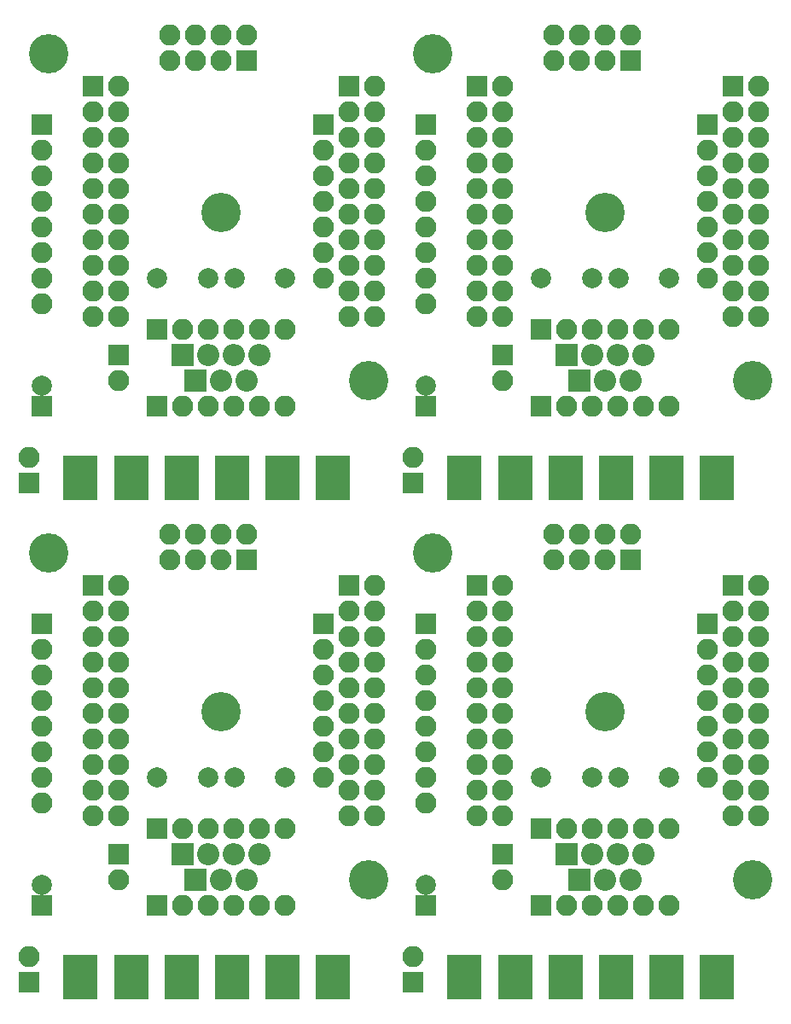
<source format=gbs>
G04 #@! TF.FileFunction,Soldermask,Bot*
%FSLAX46Y46*%
G04 Gerber Fmt 4.6, Leading zero omitted, Abs format (unit mm)*
G04 Created by KiCad (PCBNEW 4.0.7) date 06/11/20 11:22:33*
%MOMM*%
%LPD*%
G01*
G04 APERTURE LIST*
%ADD10C,0.100000*%
%ADD11O,3.900000X3.900000*%
%ADD12R,2.200000X2.200000*%
%ADD13O,2.200000X2.200000*%
%ADD14R,2.100000X2.100000*%
%ADD15O,2.100000X2.100000*%
%ADD16R,2.000000X2.000000*%
%ADD17C,2.000000*%
%ADD18R,3.400000X4.400000*%
%ADD19C,3.900000*%
G04 APERTURE END LIST*
D10*
D11*
X124460000Y-116690000D03*
D12*
X121920000Y-133350000D03*
D13*
X124460000Y-133350000D03*
X127000000Y-133350000D03*
D11*
X86360000Y-116690000D03*
D12*
X83820000Y-133350000D03*
D13*
X86360000Y-133350000D03*
X88900000Y-133350000D03*
D11*
X124460000Y-67160000D03*
D12*
X121920000Y-83820000D03*
D13*
X124460000Y-83820000D03*
X127000000Y-83820000D03*
D12*
X120650000Y-130810000D03*
D13*
X123190000Y-130810000D03*
X125730000Y-130810000D03*
X128270000Y-130810000D03*
D12*
X82550000Y-130810000D03*
D13*
X85090000Y-130810000D03*
X87630000Y-130810000D03*
X90170000Y-130810000D03*
D12*
X120650000Y-81280000D03*
D13*
X123190000Y-81280000D03*
X125730000Y-81280000D03*
X128270000Y-81280000D03*
D14*
X134620000Y-107950000D03*
D15*
X134620000Y-110490000D03*
X134620000Y-113030000D03*
X134620000Y-115570000D03*
X134620000Y-118110000D03*
X134620000Y-120650000D03*
X134620000Y-123190000D03*
D14*
X96520000Y-107950000D03*
D15*
X96520000Y-110490000D03*
X96520000Y-113030000D03*
X96520000Y-115570000D03*
X96520000Y-118110000D03*
X96520000Y-120650000D03*
X96520000Y-123190000D03*
D14*
X134620000Y-58420000D03*
D15*
X134620000Y-60960000D03*
X134620000Y-63500000D03*
X134620000Y-66040000D03*
X134620000Y-68580000D03*
X134620000Y-71120000D03*
X134620000Y-73660000D03*
D14*
X106680000Y-107950000D03*
D15*
X106680000Y-110490000D03*
X106680000Y-113030000D03*
X106680000Y-115570000D03*
X106680000Y-118110000D03*
X106680000Y-120650000D03*
X106680000Y-123190000D03*
X106680000Y-125730000D03*
D14*
X68580000Y-107950000D03*
D15*
X68580000Y-110490000D03*
X68580000Y-113030000D03*
X68580000Y-115570000D03*
X68580000Y-118110000D03*
X68580000Y-120650000D03*
X68580000Y-123190000D03*
X68580000Y-125730000D03*
D14*
X106680000Y-58420000D03*
D15*
X106680000Y-60960000D03*
X106680000Y-63500000D03*
X106680000Y-66040000D03*
X106680000Y-68580000D03*
X106680000Y-71120000D03*
X106680000Y-73660000D03*
X106680000Y-76200000D03*
D14*
X127000000Y-101600000D03*
D15*
X127000000Y-99060000D03*
X124460000Y-101600000D03*
X124460000Y-99060000D03*
X121920000Y-101600000D03*
X121920000Y-99060000D03*
X119380000Y-101600000D03*
X119380000Y-99060000D03*
D14*
X88900000Y-101600000D03*
D15*
X88900000Y-99060000D03*
X86360000Y-101600000D03*
X86360000Y-99060000D03*
X83820000Y-101600000D03*
X83820000Y-99060000D03*
X81280000Y-101600000D03*
X81280000Y-99060000D03*
D14*
X127000000Y-52070000D03*
D15*
X127000000Y-49530000D03*
X124460000Y-52070000D03*
X124460000Y-49530000D03*
X121920000Y-52070000D03*
X121920000Y-49530000D03*
X119380000Y-52070000D03*
X119380000Y-49530000D03*
D14*
X114300000Y-130810000D03*
D15*
X114300000Y-133350000D03*
D14*
X76200000Y-130810000D03*
D15*
X76200000Y-133350000D03*
D14*
X114300000Y-81280000D03*
D15*
X114300000Y-83820000D03*
D16*
X106680000Y-135890000D03*
D17*
X106680000Y-133890000D03*
D16*
X68580000Y-135890000D03*
D17*
X68580000Y-133890000D03*
D16*
X106680000Y-86360000D03*
D17*
X106680000Y-84360000D03*
D14*
X105410000Y-143510000D03*
D15*
X105410000Y-140970000D03*
D14*
X67310000Y-143510000D03*
D15*
X67310000Y-140970000D03*
D14*
X105410000Y-93980000D03*
D15*
X105410000Y-91440000D03*
D18*
X110490000Y-143040000D03*
X115490000Y-143040000D03*
X120490000Y-143040000D03*
X125490000Y-143040000D03*
X130490000Y-143040000D03*
X135490000Y-143040000D03*
X72390000Y-143040000D03*
X77390000Y-143040000D03*
X82390000Y-143040000D03*
X87390000Y-143040000D03*
X92390000Y-143040000D03*
X97390000Y-143040000D03*
X110490000Y-93510000D03*
X115490000Y-93510000D03*
X120490000Y-93510000D03*
X125490000Y-93510000D03*
X130490000Y-93510000D03*
X135490000Y-93510000D03*
D14*
X118110000Y-135890000D03*
D15*
X120650000Y-135890000D03*
X123190000Y-135890000D03*
X125730000Y-135890000D03*
X128270000Y-135890000D03*
X130810000Y-135890000D03*
D14*
X80010000Y-135890000D03*
D15*
X82550000Y-135890000D03*
X85090000Y-135890000D03*
X87630000Y-135890000D03*
X90170000Y-135890000D03*
X92710000Y-135890000D03*
D14*
X118110000Y-86360000D03*
D15*
X120650000Y-86360000D03*
X123190000Y-86360000D03*
X125730000Y-86360000D03*
X128270000Y-86360000D03*
X130810000Y-86360000D03*
D19*
X139065000Y-133350000D03*
X100965000Y-133350000D03*
X139065000Y-83820000D03*
X107315000Y-100965000D03*
X69215000Y-100965000D03*
X107315000Y-51435000D03*
D14*
X111760000Y-104140000D03*
D15*
X114300000Y-104140000D03*
X111760000Y-106680000D03*
X114300000Y-106680000D03*
X111760000Y-109220000D03*
X114300000Y-109220000D03*
X111760000Y-111760000D03*
X114300000Y-111760000D03*
X111760000Y-114300000D03*
X114300000Y-114300000D03*
X111760000Y-116840000D03*
X114300000Y-116840000D03*
X111760000Y-119380000D03*
X114300000Y-119380000D03*
X111760000Y-121920000D03*
X114300000Y-121920000D03*
X111760000Y-124460000D03*
X114300000Y-124460000D03*
X111760000Y-127000000D03*
X114300000Y-127000000D03*
D14*
X73660000Y-104140000D03*
D15*
X76200000Y-104140000D03*
X73660000Y-106680000D03*
X76200000Y-106680000D03*
X73660000Y-109220000D03*
X76200000Y-109220000D03*
X73660000Y-111760000D03*
X76200000Y-111760000D03*
X73660000Y-114300000D03*
X76200000Y-114300000D03*
X73660000Y-116840000D03*
X76200000Y-116840000D03*
X73660000Y-119380000D03*
X76200000Y-119380000D03*
X73660000Y-121920000D03*
X76200000Y-121920000D03*
X73660000Y-124460000D03*
X76200000Y-124460000D03*
X73660000Y-127000000D03*
X76200000Y-127000000D03*
D14*
X111760000Y-54610000D03*
D15*
X114300000Y-54610000D03*
X111760000Y-57150000D03*
X114300000Y-57150000D03*
X111760000Y-59690000D03*
X114300000Y-59690000D03*
X111760000Y-62230000D03*
X114300000Y-62230000D03*
X111760000Y-64770000D03*
X114300000Y-64770000D03*
X111760000Y-67310000D03*
X114300000Y-67310000D03*
X111760000Y-69850000D03*
X114300000Y-69850000D03*
X111760000Y-72390000D03*
X114300000Y-72390000D03*
X111760000Y-74930000D03*
X114300000Y-74930000D03*
X111760000Y-77470000D03*
X114300000Y-77470000D03*
D14*
X118110000Y-128270000D03*
D15*
X120650000Y-128270000D03*
X123190000Y-128270000D03*
X125730000Y-128270000D03*
X128270000Y-128270000D03*
X130810000Y-128270000D03*
D14*
X80010000Y-128270000D03*
D15*
X82550000Y-128270000D03*
X85090000Y-128270000D03*
X87630000Y-128270000D03*
X90170000Y-128270000D03*
X92710000Y-128270000D03*
D14*
X118110000Y-78740000D03*
D15*
X120650000Y-78740000D03*
X123190000Y-78740000D03*
X125730000Y-78740000D03*
X128270000Y-78740000D03*
X130810000Y-78740000D03*
D17*
X130810000Y-123190000D03*
X125810000Y-123190000D03*
X92710000Y-123190000D03*
X87710000Y-123190000D03*
X130810000Y-73660000D03*
X125810000Y-73660000D03*
X118110000Y-123190000D03*
X123110000Y-123190000D03*
X80010000Y-123190000D03*
X85010000Y-123190000D03*
X118110000Y-73660000D03*
X123110000Y-73660000D03*
D14*
X137160000Y-104140000D03*
D15*
X139700000Y-104140000D03*
X137160000Y-106680000D03*
X139700000Y-106680000D03*
X137160000Y-109220000D03*
X139700000Y-109220000D03*
X137160000Y-111760000D03*
X139700000Y-111760000D03*
X137160000Y-114300000D03*
X139700000Y-114300000D03*
X137160000Y-116840000D03*
X139700000Y-116840000D03*
X137160000Y-119380000D03*
X139700000Y-119380000D03*
X137160000Y-121920000D03*
X139700000Y-121920000D03*
X137160000Y-124460000D03*
X139700000Y-124460000D03*
X137160000Y-127000000D03*
X139700000Y-127000000D03*
D14*
X99060000Y-104140000D03*
D15*
X101600000Y-104140000D03*
X99060000Y-106680000D03*
X101600000Y-106680000D03*
X99060000Y-109220000D03*
X101600000Y-109220000D03*
X99060000Y-111760000D03*
X101600000Y-111760000D03*
X99060000Y-114300000D03*
X101600000Y-114300000D03*
X99060000Y-116840000D03*
X101600000Y-116840000D03*
X99060000Y-119380000D03*
X101600000Y-119380000D03*
X99060000Y-121920000D03*
X101600000Y-121920000D03*
X99060000Y-124460000D03*
X101600000Y-124460000D03*
X99060000Y-127000000D03*
X101600000Y-127000000D03*
D14*
X137160000Y-54610000D03*
D15*
X139700000Y-54610000D03*
X137160000Y-57150000D03*
X139700000Y-57150000D03*
X137160000Y-59690000D03*
X139700000Y-59690000D03*
X137160000Y-62230000D03*
X139700000Y-62230000D03*
X137160000Y-64770000D03*
X139700000Y-64770000D03*
X137160000Y-67310000D03*
X139700000Y-67310000D03*
X137160000Y-69850000D03*
X139700000Y-69850000D03*
X137160000Y-72390000D03*
X139700000Y-72390000D03*
X137160000Y-74930000D03*
X139700000Y-74930000D03*
X137160000Y-77470000D03*
X139700000Y-77470000D03*
D17*
X80010000Y-73660000D03*
X85010000Y-73660000D03*
X92710000Y-73660000D03*
X87710000Y-73660000D03*
D14*
X88900000Y-52070000D03*
D15*
X88900000Y-49530000D03*
X86360000Y-52070000D03*
X86360000Y-49530000D03*
X83820000Y-52070000D03*
X83820000Y-49530000D03*
X81280000Y-52070000D03*
X81280000Y-49530000D03*
D14*
X68580000Y-58420000D03*
D15*
X68580000Y-60960000D03*
X68580000Y-63500000D03*
X68580000Y-66040000D03*
X68580000Y-68580000D03*
X68580000Y-71120000D03*
X68580000Y-73660000D03*
X68580000Y-76200000D03*
D14*
X96520000Y-58420000D03*
D15*
X96520000Y-60960000D03*
X96520000Y-63500000D03*
X96520000Y-66040000D03*
X96520000Y-68580000D03*
X96520000Y-71120000D03*
X96520000Y-73660000D03*
D14*
X80010000Y-86360000D03*
D15*
X82550000Y-86360000D03*
X85090000Y-86360000D03*
X87630000Y-86360000D03*
X90170000Y-86360000D03*
X92710000Y-86360000D03*
D14*
X80010000Y-78740000D03*
D15*
X82550000Y-78740000D03*
X85090000Y-78740000D03*
X87630000Y-78740000D03*
X90170000Y-78740000D03*
X92710000Y-78740000D03*
D14*
X73660000Y-54610000D03*
D15*
X76200000Y-54610000D03*
X73660000Y-57150000D03*
X76200000Y-57150000D03*
X73660000Y-59690000D03*
X76200000Y-59690000D03*
X73660000Y-62230000D03*
X76200000Y-62230000D03*
X73660000Y-64770000D03*
X76200000Y-64770000D03*
X73660000Y-67310000D03*
X76200000Y-67310000D03*
X73660000Y-69850000D03*
X76200000Y-69850000D03*
X73660000Y-72390000D03*
X76200000Y-72390000D03*
X73660000Y-74930000D03*
X76200000Y-74930000D03*
X73660000Y-77470000D03*
X76200000Y-77470000D03*
D14*
X99060000Y-54610000D03*
D15*
X101600000Y-54610000D03*
X99060000Y-57150000D03*
X101600000Y-57150000D03*
X99060000Y-59690000D03*
X101600000Y-59690000D03*
X99060000Y-62230000D03*
X101600000Y-62230000D03*
X99060000Y-64770000D03*
X101600000Y-64770000D03*
X99060000Y-67310000D03*
X101600000Y-67310000D03*
X99060000Y-69850000D03*
X101600000Y-69850000D03*
X99060000Y-72390000D03*
X101600000Y-72390000D03*
X99060000Y-74930000D03*
X101600000Y-74930000D03*
X99060000Y-77470000D03*
X101600000Y-77470000D03*
D18*
X72390000Y-93510000D03*
X77390000Y-93510000D03*
X82390000Y-93510000D03*
X87390000Y-93510000D03*
X92390000Y-93510000D03*
X97390000Y-93510000D03*
D14*
X67310000Y-93980000D03*
D15*
X67310000Y-91440000D03*
D12*
X82550000Y-81280000D03*
D13*
X85090000Y-81280000D03*
X87630000Y-81280000D03*
X90170000Y-81280000D03*
D11*
X86360000Y-67160000D03*
D12*
X83820000Y-83820000D03*
D13*
X86360000Y-83820000D03*
X88900000Y-83820000D03*
D16*
X68580000Y-86360000D03*
D17*
X68580000Y-84360000D03*
D19*
X69215000Y-51435000D03*
X100965000Y-83820000D03*
D14*
X76200000Y-81280000D03*
D15*
X76200000Y-83820000D03*
M02*

</source>
